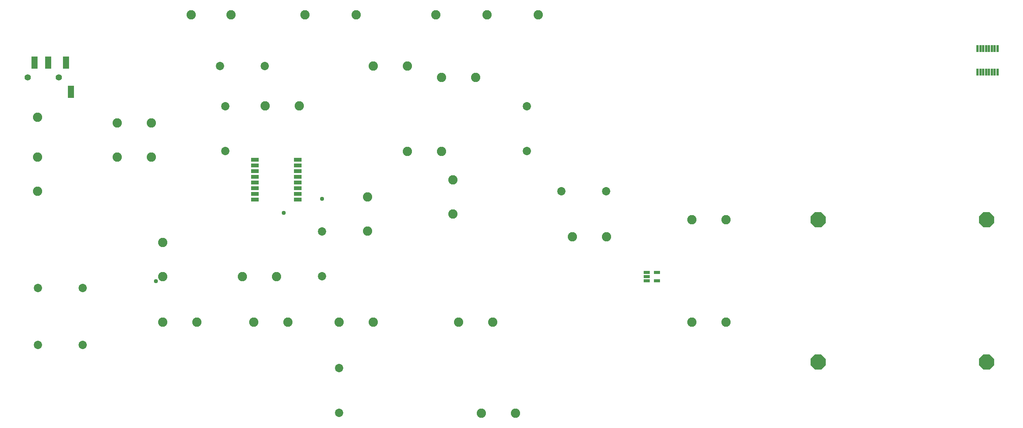
<source format=gbr>
G04 EAGLE Gerber RS-274X export*
G75*
%MOMM*%
%FSLAX34Y34*%
%LPD*%
%INSoldermask Top*%
%IPPOS*%
%AMOC8*
5,1,8,0,0,1.08239X$1,22.5*%
G01*
%ADD10C,2.082800*%
%ADD11C,1.854200*%
%ADD12P,3.629037X8X22.500000*%
%ADD13R,1.727200X0.965200*%
%ADD14R,0.551200X1.600200*%
%ADD15R,1.403200X2.703200*%
%ADD16C,1.403200*%
%ADD17R,1.414400X0.704000*%
%ADD18C,0.959600*%


D10*
X520700Y965200D03*
X342900Y965200D03*
D11*
X723900Y661200D03*
X723900Y761200D03*
X38900Y850900D03*
X138900Y850900D03*
X50800Y761200D03*
X50800Y661200D03*
X266700Y381800D03*
X266700Y481800D03*
X800900Y571500D03*
X900900Y571500D03*
D12*
X1374140Y190500D03*
X1750060Y190500D03*
X1374140Y508000D03*
X1750060Y508000D03*
D11*
X304800Y77000D03*
X304800Y177000D03*
D10*
X228600Y965200D03*
D13*
X117348Y641350D03*
X117348Y628650D03*
X117348Y615950D03*
X117348Y603250D03*
X117348Y590550D03*
X117348Y577850D03*
X117348Y565150D03*
X117348Y552450D03*
X212852Y552450D03*
X212852Y565150D03*
X212852Y577850D03*
X212852Y590550D03*
X212852Y603250D03*
X212852Y615950D03*
X212852Y628650D03*
X212852Y641350D03*
D14*
X1730370Y889800D03*
X1736720Y889800D03*
X1743070Y889800D03*
X1749420Y889800D03*
X1755780Y889800D03*
X1762130Y889800D03*
X1768480Y889800D03*
X1774830Y889800D03*
X1730370Y837410D03*
X1736720Y837400D03*
X1743070Y837400D03*
X1749420Y837400D03*
X1755780Y837400D03*
X1762130Y837400D03*
X1768480Y837400D03*
X1774830Y837400D03*
D15*
X-304400Y858000D03*
X-293400Y793000D03*
X-344400Y858000D03*
X-374400Y858000D03*
D16*
X-390400Y825500D03*
X-320400Y825500D03*
D10*
X-368300Y736600D03*
X63500Y965200D03*
X-25400Y965200D03*
X635000Y965200D03*
X-190500Y723900D03*
X-114300Y723900D03*
X609600Y825500D03*
X533400Y825500D03*
X304800Y279400D03*
X381000Y279400D03*
X622300Y76200D03*
X698500Y76200D03*
X558800Y596900D03*
X558800Y520700D03*
X114300Y279400D03*
X190500Y279400D03*
X-88900Y457200D03*
X-88900Y381000D03*
X-88900Y279400D03*
X-12700Y279400D03*
X381000Y850900D03*
X457200Y850900D03*
X457200Y660400D03*
X533400Y660400D03*
X215900Y762000D03*
X139700Y762000D03*
X1092200Y279400D03*
X1168400Y279400D03*
X1092200Y508000D03*
X1168400Y508000D03*
X-190500Y647700D03*
X-114300Y647700D03*
X571500Y279400D03*
X647700Y279400D03*
X368300Y558800D03*
X368300Y482600D03*
X825500Y469900D03*
X901700Y469900D03*
X88900Y381000D03*
X165100Y381000D03*
X-368300Y647700D03*
X749300Y965200D03*
X-368300Y571500D03*
D17*
X991800Y390500D03*
X991800Y381000D03*
X991800Y371500D03*
X1014800Y371500D03*
X1014800Y390500D03*
D11*
X-367500Y355600D03*
X-267500Y355600D03*
X-367500Y228600D03*
X-267500Y228600D03*
D18*
X266700Y554736D03*
X181356Y522732D03*
X-104013Y370713D03*
M02*

</source>
